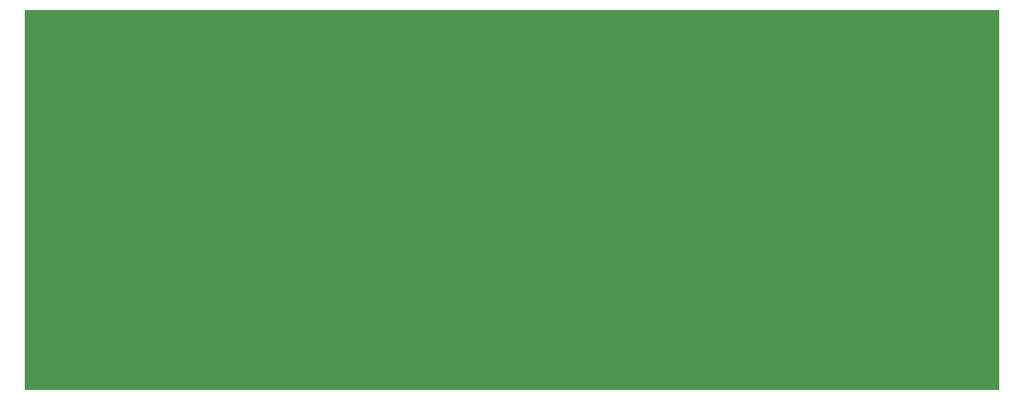
<source format=gbr>
G04 DipTrace 2.4.0.2*
%INBoard.gbr*%
%MOIN*%
%ADD11C,0.0055*%
%FSLAX44Y44*%
G04*
G70*
G90*
G75*
G01*
%LNBoardPoly*%
%LPD*%
G36*
X0Y0D2*
D11*
X55000D1*
Y21500D1*
X0D1*
Y0D1*
G37*
M02*

</source>
